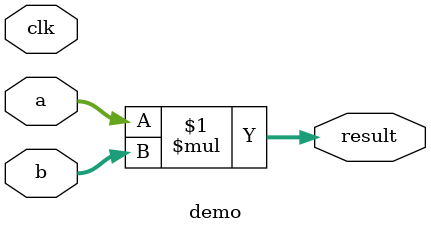
<source format=sv>
module demo (
  input clk,
  input [3:0] a,b,
  output [7:0] result
);

//  always @(posedge clk)
  //  result <= a * b;

 assign result = a * b;

`ifdef FORMAL
  always @(posedge clk) begin
    cover (result == 8'd182);
    assert(result == (a * b) );
  end
`endif
endmodule

</source>
